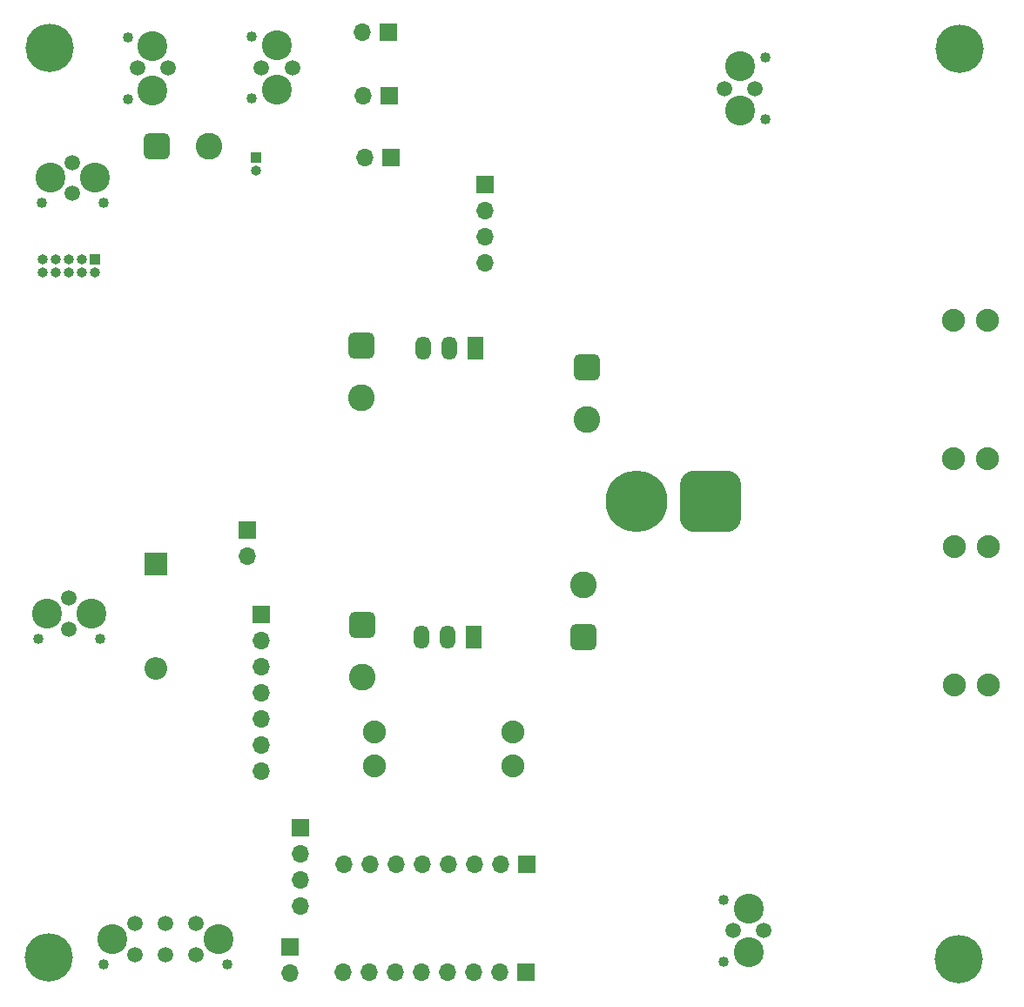
<source format=gbr>
%TF.GenerationSoftware,KiCad,Pcbnew,7.0.10*%
%TF.CreationDate,2024-11-01T12:43:38-06:00*%
%TF.ProjectId,RevA_Mecanismos,52657641-5f4d-4656-9361-6e69736d6f73,rev?*%
%TF.SameCoordinates,Original*%
%TF.FileFunction,Soldermask,Bot*%
%TF.FilePolarity,Negative*%
%FSLAX46Y46*%
G04 Gerber Fmt 4.6, Leading zero omitted, Abs format (unit mm)*
G04 Created by KiCad (PCBNEW 7.0.10) date 2024-11-01 12:43:38*
%MOMM*%
%LPD*%
G01*
G04 APERTURE LIST*
G04 Aperture macros list*
%AMRoundRect*
0 Rectangle with rounded corners*
0 $1 Rounding radius*
0 $2 $3 $4 $5 $6 $7 $8 $9 X,Y pos of 4 corners*
0 Add a 4 corners polygon primitive as box body*
4,1,4,$2,$3,$4,$5,$6,$7,$8,$9,$2,$3,0*
0 Add four circle primitives for the rounded corners*
1,1,$1+$1,$2,$3*
1,1,$1+$1,$4,$5*
1,1,$1+$1,$6,$7*
1,1,$1+$1,$8,$9*
0 Add four rect primitives between the rounded corners*
20,1,$1+$1,$2,$3,$4,$5,0*
20,1,$1+$1,$4,$5,$6,$7,0*
20,1,$1+$1,$6,$7,$8,$9,0*
20,1,$1+$1,$8,$9,$2,$3,0*%
G04 Aperture macros list end*
%ADD10C,1.020000*%
%ADD11C,1.520000*%
%ADD12C,2.909999*%
%ADD13RoundRect,0.650000X-0.650000X0.650000X-0.650000X-0.650000X0.650000X-0.650000X0.650000X0.650000X0*%
%ADD14C,2.600000*%
%ADD15RoundRect,0.650000X0.650000X-0.650000X0.650000X0.650000X-0.650000X0.650000X-0.650000X-0.650000X0*%
%ADD16C,2.235200*%
%ADD17C,4.700000*%
%ADD18R,1.500000X2.300000*%
%ADD19O,1.500000X2.300000*%
%ADD20R,2.200000X2.200000*%
%ADD21O,2.200000X2.200000*%
%ADD22R,1.700000X1.700000*%
%ADD23O,1.700000X1.700000*%
%ADD24R,1.000000X1.000000*%
%ADD25O,1.000000X1.000000*%
%ADD26RoundRect,1.500000X1.500000X1.500000X-1.500000X1.500000X-1.500000X-1.500000X1.500000X-1.500000X0*%
%ADD27C,6.000000*%
%ADD28RoundRect,0.650000X-0.650000X-0.650000X0.650000X-0.650000X0.650000X0.650000X-0.650000X0.650000X0*%
G04 APERTURE END LIST*
D10*
%TO.C,J10*%
X153000000Y-51725012D03*
X153000000Y-57725000D03*
D11*
X149060000Y-54725001D03*
X152059999Y-54725001D03*
D12*
X150560000Y-56874999D03*
X150560000Y-52575003D03*
%TD*%
D13*
%TO.C,TP2*%
X113837000Y-106879900D03*
D14*
X113837000Y-111959900D03*
%TD*%
D15*
%TO.C,TP4*%
X135327000Y-108091100D03*
D14*
X135327000Y-103011100D03*
%TD*%
D10*
%TO.C,J6*%
X88669989Y-65853900D03*
X82670001Y-65853900D03*
D11*
X85670000Y-61913900D03*
X85670000Y-64913899D03*
D12*
X83520002Y-63413900D03*
X87819998Y-63413900D03*
%TD*%
D16*
%TO.C,J20*%
X115052400Y-117339900D03*
X115052400Y-120641900D03*
X128514400Y-117339900D03*
X128514400Y-120641900D03*
%TD*%
D17*
%TO.C,H2*%
X171877600Y-50890300D03*
%TD*%
D18*
%TO.C,U2*%
X124875000Y-80000000D03*
D19*
X122335000Y-80000000D03*
X119795000Y-80000000D03*
%TD*%
D10*
%TO.C,J5*%
X91027800Y-55753491D03*
X91027800Y-49753503D03*
D11*
X94967800Y-52753502D03*
X91967801Y-52753502D03*
D12*
X93467800Y-50603504D03*
X93467800Y-54903500D03*
%TD*%
D16*
%TO.C,J9*%
X174747800Y-99302700D03*
X171445800Y-99302700D03*
X174747800Y-112764700D03*
X171445800Y-112764700D03*
%TD*%
D10*
%TO.C,J11*%
X148960000Y-139624991D03*
X148960000Y-133625003D03*
D11*
X152900000Y-136625002D03*
X149900001Y-136625002D03*
D12*
X151400000Y-134475004D03*
X151400000Y-138775000D03*
%TD*%
D20*
%TO.C,D1*%
X93735000Y-100979100D03*
D21*
X93735000Y-111139100D03*
%TD*%
D22*
%TO.C,J12*%
X129789800Y-140704700D03*
D23*
X127249800Y-140704700D03*
X124709800Y-140704700D03*
X122169800Y-140704700D03*
X119629800Y-140704700D03*
X117089800Y-140704700D03*
X114549800Y-140704700D03*
X112009800Y-140704700D03*
%TD*%
D17*
%TO.C,H3*%
X83335600Y-139261700D03*
%TD*%
D24*
%TO.C,J3*%
X103500000Y-61405000D03*
D25*
X103500000Y-62675000D03*
%TD*%
D22*
%TO.C,J21*%
X107818800Y-126658500D03*
D23*
X107818800Y-129198500D03*
X107818800Y-131738500D03*
X107818800Y-134278500D03*
%TD*%
D22*
%TO.C,J14*%
X106777400Y-138261300D03*
D23*
X106777400Y-140801300D03*
%TD*%
D13*
%TO.C,TP1*%
X135700000Y-81810000D03*
D14*
X135700000Y-86890000D03*
%TD*%
D26*
%TO.C,BT1*%
X147708600Y-94883100D03*
D27*
X140508600Y-94883100D03*
%TD*%
D13*
%TO.C,TP3*%
X113756400Y-79736700D03*
D14*
X113756400Y-84816700D03*
%TD*%
D10*
%TO.C,J15*%
X100701378Y-139915701D03*
X88701402Y-139915701D03*
D11*
X91701401Y-135975701D03*
X94701400Y-135975701D03*
X97701399Y-135975701D03*
X91701401Y-138975700D03*
X94701400Y-138975700D03*
X97701399Y-138975700D03*
D12*
X89551403Y-137475701D03*
X99851397Y-137475701D03*
%TD*%
D22*
%TO.C,J18*%
X116494600Y-55383800D03*
D23*
X113954600Y-55383800D03*
%TD*%
D18*
%TO.C,U3*%
X124672000Y-108092500D03*
D19*
X122132000Y-108092500D03*
X119592000Y-108092500D03*
%TD*%
D17*
%TO.C,H1*%
X83434800Y-50788700D03*
%TD*%
D28*
%TO.C,TP5*%
X93886400Y-60325700D03*
D14*
X98966400Y-60325700D03*
%TD*%
D22*
%TO.C,J13*%
X129866000Y-130214500D03*
D23*
X127326000Y-130214500D03*
X124786000Y-130214500D03*
X122246000Y-130214500D03*
X119706000Y-130214500D03*
X117166000Y-130214500D03*
X114626000Y-130214500D03*
X112086000Y-130214500D03*
%TD*%
D22*
%TO.C,J17*%
X116350000Y-49275000D03*
D23*
X113810000Y-49275000D03*
%TD*%
D16*
%TO.C,J8*%
X174595400Y-77306300D03*
X171293400Y-77306300D03*
X174595400Y-90768300D03*
X171293400Y-90768300D03*
%TD*%
D22*
%TO.C,J1*%
X102676400Y-97635700D03*
D23*
X102676400Y-100175700D03*
%TD*%
D17*
%TO.C,H4*%
X171801400Y-139383900D03*
%TD*%
D10*
%TO.C,J7*%
X103094400Y-55696488D03*
X103094400Y-49696500D03*
D11*
X107034400Y-52696499D03*
X104034401Y-52696499D03*
D12*
X105534400Y-50546501D03*
X105534400Y-54846497D03*
%TD*%
D22*
%TO.C,J22*%
X125760000Y-64085000D03*
D23*
X125760000Y-66625000D03*
X125760000Y-69165000D03*
X125760000Y-71705000D03*
%TD*%
D22*
%TO.C,J19*%
X116650000Y-61425000D03*
D23*
X114110000Y-61425000D03*
%TD*%
D24*
%TO.C,J2*%
X87866400Y-71355700D03*
D25*
X87866400Y-72625700D03*
X86596400Y-71355700D03*
X86596400Y-72625700D03*
X85326400Y-71355700D03*
X85326400Y-72625700D03*
X84056400Y-71355700D03*
X84056400Y-72625700D03*
X82786400Y-71355700D03*
X82786400Y-72625700D03*
%TD*%
D22*
%TO.C,J16*%
X103983400Y-105906700D03*
D23*
X103983400Y-108446700D03*
X103983400Y-110986700D03*
X103983400Y-113526700D03*
X103983400Y-116066700D03*
X103983400Y-118606700D03*
X103983400Y-121146700D03*
%TD*%
D10*
%TO.C,J4*%
X88314389Y-108243701D03*
X82314401Y-108243701D03*
D11*
X85314400Y-104303701D03*
X85314400Y-107303700D03*
D12*
X83164402Y-105803701D03*
X87464398Y-105803701D03*
%TD*%
M02*

</source>
